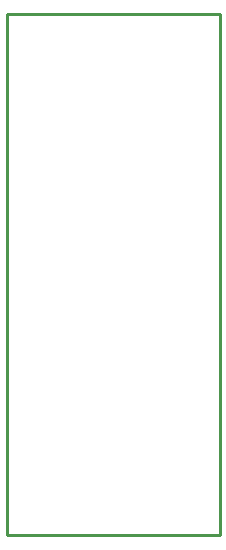
<source format=gbr>
G04 EAGLE Gerber RS-274X export*
G75*
%MOMM*%
%FSLAX34Y34*%
%LPD*%
%IN*%
%IPPOS*%
%AMOC8*
5,1,8,0,0,1.08239X$1,22.5*%
G01*
%ADD10C,0.254000*%


D10*
X1270Y2540D02*
X181410Y2540D01*
X181410Y443740D01*
X1270Y443740D01*
X1270Y2540D01*
M02*

</source>
